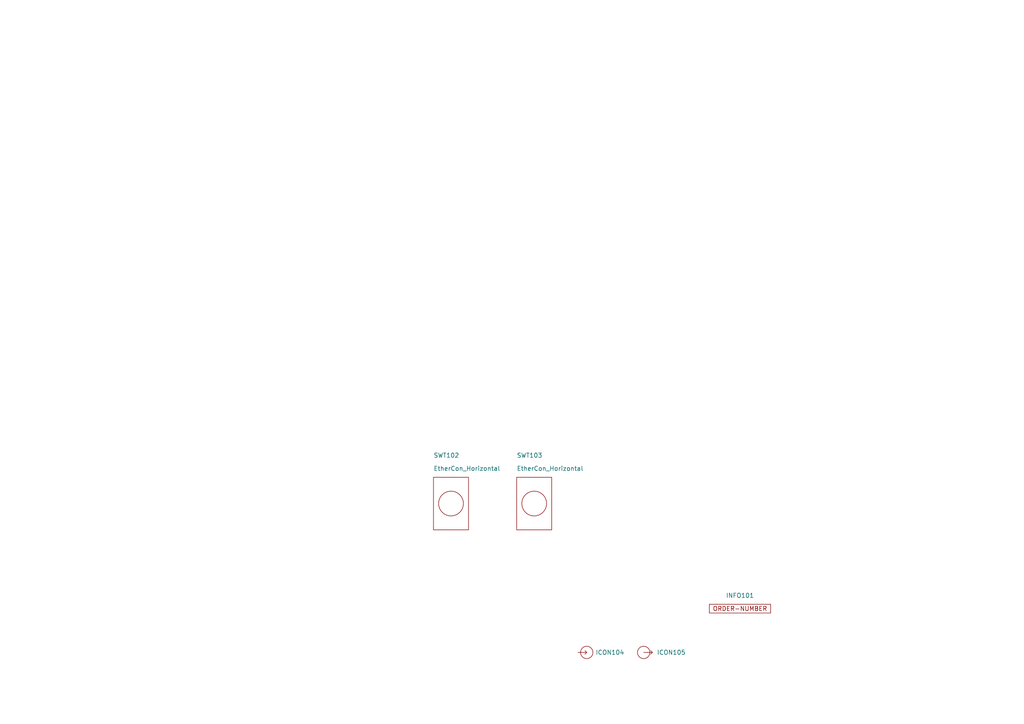
<source format=kicad_sch>
(kicad_sch (version 20250114) (generator "eeschema") (generator_version "9.0")
  (paper "A4")
  (title_block (title "V2 power PoE") (date "2025-08-24") (rev "1") (company "Versio Duo") (comment 1 "Cover"))
  (lib_symbols
    (symbol "V2_Artwork:Arrow_In" (in_bom no)
      (property "Reference" "ICON" (at -2.54 2.54 0))
      (symbol "Arrow_In_0_1"
        (polyline (pts (xy -2.54 0) (xy 0 0)))
        (polyline (pts (xy -0.508 0.508) (xy 0 0) (xy -0.508 -0.508)))
        (circle (center 0 0) (radius 1.7961))
      )
    )
    (symbol "V2_Artwork:Arrow_Out" (in_bom no)
      (property "Reference" "ICON" (at -2.54 2.54 0))
      (symbol "Arrow_Out_0_1"
        (polyline (pts (xy 0 0) (xy 2.54 0)))
        (circle (center 0 0) (radius 1.7961))
        (polyline (pts (xy 2.032 0.508) (xy 2.54 0) (xy 2.032 -0.508)))
      )
    )
    (symbol "V2_PCB_Devices:EtherCon_Horizontal" (in_bom no)
      (property "Reference" "CON" (at 0 -10.414 0))
      (property "Value" "EtherCon_Horizontal" (at -9.398 -13.4619 0))
      (symbol "EtherCon_Horizontal_0_1"
        (rectangle (start -5.08 7.62) (end 5.08 -7.62))
        (circle (center 0 0) (radius 3.5921))
      )
    )
    (symbol "V2_Production:Order_Number" (in_bom no)
      (property "Reference" "INFO" (at 0 2.54 0))
      (symbol "Order_Number_0_0"
        (text "ORDER-NUMBER" (at 0 0 0) (effects (font (size 1.27 1.27))))
      )
      (symbol "Order_Number_0_1"
        (rectangle (start -8.89 1.27) (end 8.89 -1.27))
      )
    )
  )
  (symbol (lib_id "V2_PCB_Devices:EtherCon_Horizontal") (at 130.81 146.05 0) (unit 1) (in_bom no)
    (property "Reference" "SWT102" (at 125.73 132.08 0) (effects (justify left)))
    (property "Value" "EtherCon_Horizontal" (at 125.73 135.89 0) (effects (justify left)))
    (property "Footprint" "V2_PCB_Devices:PCB_EtherCon_Vertical" (effects (hide yes)))
    (property "Sim.Enable" "0" (effects (hide yes)))
  )
  (symbol (lib_id "V2_Production:Order_Number") (at 214.63 176.53 0) (unit 1) (in_bom no)
    (property "Reference" "INFO101" (at 214.63 172.72 0))
    (property "Value" "ORDER-NUMBER" (effects (hide yes)))
    (property "Footprint" "V2_Production:Order_Number" (effects (hide yes)))
    (property "Sim.Enable" "0" (effects (hide yes)))
  )
  (symbol (lib_id "V2_Artwork:Arrow_In") (at 170.18 189.23 0) (unit 1) (in_bom no)
    (property "Reference" "ICON104" (at 172.72 189.2299 0) (effects (justify left)))
    (property "Value" "Arrow_In" (effects (hide yes)))
    (property "Footprint" "V2_Artwork:Arrow_In" (effects (hide yes)))
    (property "Sim.Enable" "0" (effects (hide yes)))
  )
  (symbol (lib_id "V2_PCB_Devices:EtherCon_Horizontal") (at 154.94 146.05 0) (unit 1) (in_bom no)
    (property "Reference" "SWT103" (at 149.86 132.08 0) (effects (justify left)))
    (property "Value" "EtherCon_Horizontal" (at 149.86 135.89 0) (effects (justify left)))
    (property "Footprint" "V2_PCB_Devices:PCB_EtherCon_Vertical" (effects (hide yes)))
    (property "Sim.Enable" "0" (effects (hide yes)))
  )
  (symbol (lib_id "V2_Artwork:Arrow_Out") (at 186.69 189.23 0) (unit 1) (in_bom no)
    (property "Reference" "ICON105" (at 190.5 189.2299 0) (effects (justify left)))
    (property "Value" "Arrow_Out" (effects (hide yes)))
    (property "Footprint" "V2_Artwork:Arrow_Out" (effects (hide yes)))
    (property "Sim.Enable" "0" (effects (hide yes)))
  )
)
</source>
